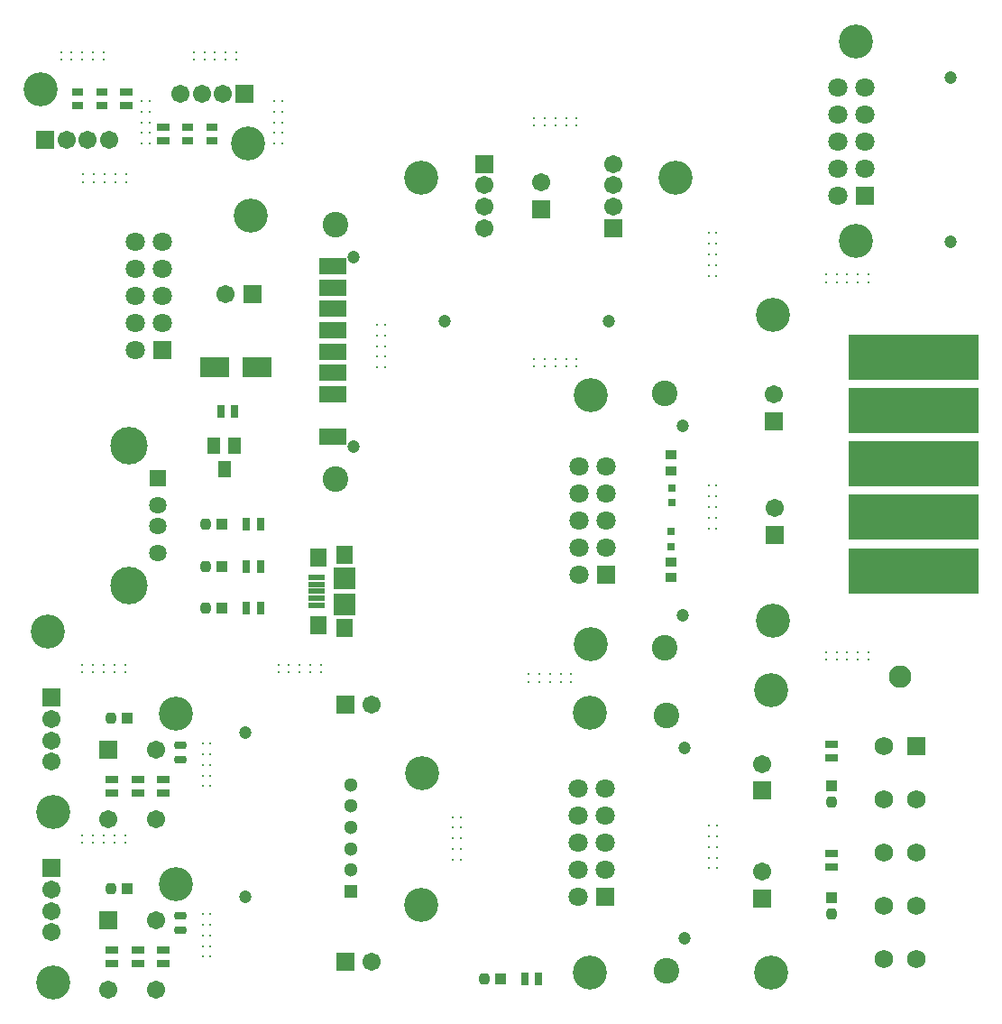
<source format=gts>
G04*
G04 #@! TF.GenerationSoftware,Altium Limited,Altium Designer,20.1.8 (145)*
G04*
G04 Layer_Color=8388736*
%FSLAX25Y25*%
%MOIN*%
G70*
G04*
G04 #@! TF.SameCoordinates,29347EB1-9AE6-4B45-909D-0775014661E7*
G04*
G04*
G04 #@! TF.FilePolarity,Negative*
G04*
G01*
G75*
%ADD40C,0.05118*%
%ADD41R,0.05118X0.05118*%
%ADD66R,0.04540X0.02769*%
%ADD67R,0.03950X0.03950*%
G04:AMPARAMS|DCode=68|XSize=39.5mil|YSize=39.5mil|CornerRadius=11.87mil|HoleSize=0mil|Usage=FLASHONLY|Rotation=90.000|XOffset=0mil|YOffset=0mil|HoleType=Round|Shape=RoundedRectangle|*
%AMROUNDEDRECTD68*
21,1,0.03950,0.01575,0,0,90.0*
21,1,0.01575,0.03950,0,0,90.0*
1,1,0.02375,0.00787,0.00787*
1,1,0.02375,0.00787,-0.00787*
1,1,0.02375,-0.00787,-0.00787*
1,1,0.02375,-0.00787,0.00787*
%
%ADD68ROUNDEDRECTD68*%
%ADD69R,0.48044X0.16548*%
%ADD70R,0.02769X0.04540*%
%ADD71R,0.03950X0.03950*%
G04:AMPARAMS|DCode=72|XSize=39.5mil|YSize=39.5mil|CornerRadius=11.87mil|HoleSize=0mil|Usage=FLASHONLY|Rotation=0.000|XOffset=0mil|YOffset=0mil|HoleType=Round|Shape=RoundedRectangle|*
%AMROUNDEDRECTD72*
21,1,0.03950,0.01575,0,0,0.0*
21,1,0.01575,0.03950,0,0,0.0*
1,1,0.02375,0.00787,-0.00787*
1,1,0.02375,-0.00787,-0.00787*
1,1,0.02375,-0.00787,0.00787*
1,1,0.02375,0.00787,0.00787*
%
%ADD72ROUNDEDRECTD72*%
%ADD73R,0.10367X0.06036*%
%ADD74R,0.10642X0.07493*%
%ADD75R,0.04737X0.06312*%
%ADD76R,0.06115X0.02375*%
%ADD77R,0.06312X0.07099*%
%ADD78R,0.05918X0.06509*%
%ADD79R,0.08280X0.08280*%
%ADD80R,0.03162X0.03162*%
%ADD81R,0.04343X0.03556*%
%ADD82R,0.04343X0.02769*%
G04:AMPARAMS|DCode=83|XSize=27.69mil|YSize=45.4mil|CornerRadius=8.92mil|HoleSize=0mil|Usage=FLASHONLY|Rotation=270.000|XOffset=0mil|YOffset=0mil|HoleType=Round|Shape=RoundedRectangle|*
%AMROUNDEDRECTD83*
21,1,0.02769,0.02756,0,0,270.0*
21,1,0.00984,0.04540,0,0,270.0*
1,1,0.01784,-0.01378,-0.00492*
1,1,0.01784,-0.01378,0.00492*
1,1,0.01784,0.01378,0.00492*
1,1,0.01784,0.01378,-0.00492*
%
%ADD83ROUNDEDRECTD83*%
%ADD84C,0.00922*%
%ADD85C,0.00800*%
%ADD86C,0.06706*%
%ADD87R,0.06706X0.06706*%
%ADD88R,0.06706X0.06706*%
%ADD89C,0.04737*%
%ADD90C,0.12611*%
%ADD91C,0.08280*%
%ADD92R,0.06824X0.06824*%
%ADD93C,0.06824*%
%ADD94C,0.03162*%
%ADD95C,0.07099*%
%ADD96R,0.07099X0.07099*%
%ADD97C,0.09461*%
%ADD98R,0.06422X0.06422*%
%ADD99C,0.06422*%
%ADD100C,0.13855*%
D40*
X123941Y81248D02*
D03*
Y73374D02*
D03*
Y65500D02*
D03*
Y57626D02*
D03*
Y49752D02*
D03*
D41*
Y41878D02*
D03*
D66*
X301772Y96260D02*
D03*
Y91142D02*
D03*
Y55905D02*
D03*
Y50787D02*
D03*
X41000Y332028D02*
D03*
Y337146D02*
D03*
X54669Y324146D02*
D03*
Y319028D02*
D03*
X54724Y78150D02*
D03*
Y83268D02*
D03*
X35827Y83161D02*
D03*
Y78043D02*
D03*
X45276Y78043D02*
D03*
Y83161D02*
D03*
X54724Y15157D02*
D03*
Y20276D02*
D03*
X35827Y20169D02*
D03*
Y15051D02*
D03*
X45276Y15051D02*
D03*
Y20169D02*
D03*
D67*
X301772Y80709D02*
D03*
Y39567D02*
D03*
D68*
Y74803D02*
D03*
Y33661D02*
D03*
D69*
X332004Y160339D02*
D03*
Y180024D02*
D03*
Y199709D02*
D03*
Y219394D02*
D03*
Y239079D02*
D03*
D70*
X193504Y9449D02*
D03*
X188386D02*
D03*
X90638Y161953D02*
D03*
X85520D02*
D03*
X90638Y146402D02*
D03*
X85520D02*
D03*
X80992Y219236D02*
D03*
X75874D02*
D03*
X85520Y177504D02*
D03*
X90638D02*
D03*
D71*
X179331Y9449D02*
D03*
X76268Y161953D02*
D03*
Y146402D02*
D03*
Y177504D02*
D03*
X41339Y105799D02*
D03*
X41339Y42807D02*
D03*
D72*
X173425Y9449D02*
D03*
X70362Y161953D02*
D03*
Y146402D02*
D03*
Y177504D02*
D03*
X35433Y105799D02*
D03*
X35433Y42807D02*
D03*
D73*
X117409Y241283D02*
D03*
Y209787D02*
D03*
Y272780D02*
D03*
Y264906D02*
D03*
Y257031D02*
D03*
Y249158D02*
D03*
Y233410D02*
D03*
Y225535D02*
D03*
D74*
X73709Y235378D02*
D03*
X89457D02*
D03*
D75*
X73512Y206638D02*
D03*
X77252Y197976D02*
D03*
X80992Y206638D02*
D03*
D76*
X111209Y147583D02*
D03*
Y150142D02*
D03*
Y152701D02*
D03*
Y155260D02*
D03*
Y157819D02*
D03*
D77*
X112094Y140102D02*
D03*
Y165299D02*
D03*
D78*
X121740Y139217D02*
D03*
Y166185D02*
D03*
D79*
Y147976D02*
D03*
Y157425D02*
D03*
D80*
X242559Y185441D02*
D03*
Y190953D02*
D03*
X242480Y174811D02*
D03*
Y169299D02*
D03*
D81*
X242520Y203112D02*
D03*
Y197206D02*
D03*
X242520Y163591D02*
D03*
Y157685D02*
D03*
D82*
X23000Y337146D02*
D03*
Y332028D02*
D03*
X32000Y337146D02*
D03*
Y332028D02*
D03*
X72669Y319028D02*
D03*
Y324146D02*
D03*
X63669Y319028D02*
D03*
Y324146D02*
D03*
D83*
X61023Y95686D02*
D03*
Y90568D02*
D03*
X61024Y32694D02*
D03*
Y27576D02*
D03*
D84*
X311417Y266929D02*
D03*
X307480D02*
D03*
X299606D02*
D03*
X303543D02*
D03*
Y269685D02*
D03*
X299606D02*
D03*
X307480D02*
D03*
X311417D02*
D03*
X98622Y322047D02*
D03*
Y318110D02*
D03*
Y325984D02*
D03*
Y329921D02*
D03*
X95866D02*
D03*
Y325984D02*
D03*
Y318110D02*
D03*
Y322047D02*
D03*
X77756Y349213D02*
D03*
X73819D02*
D03*
X69882D02*
D03*
X65945D02*
D03*
X77756Y351969D02*
D03*
X73819D02*
D03*
X69882D02*
D03*
X65945D02*
D03*
X16929D02*
D03*
X20866D02*
D03*
X24803D02*
D03*
X28740D02*
D03*
X16929Y349213D02*
D03*
X20866D02*
D03*
X24803D02*
D03*
X28740D02*
D03*
X46850Y322047D02*
D03*
Y318110D02*
D03*
Y325984D02*
D03*
Y329921D02*
D03*
X49606D02*
D03*
Y325984D02*
D03*
Y318110D02*
D03*
Y322047D02*
D03*
X195669Y324803D02*
D03*
X191732D02*
D03*
X199606D02*
D03*
X203543D02*
D03*
Y327559D02*
D03*
X199606D02*
D03*
X191732D02*
D03*
X195669D02*
D03*
X259055Y281102D02*
D03*
Y277165D02*
D03*
Y269291D02*
D03*
Y273228D02*
D03*
X256299D02*
D03*
Y269291D02*
D03*
Y277165D02*
D03*
Y281102D02*
D03*
X311417Y130315D02*
D03*
X307480D02*
D03*
X299606D02*
D03*
X303543D02*
D03*
Y127559D02*
D03*
X299606D02*
D03*
X307480D02*
D03*
X311417D02*
D03*
X195669Y235827D02*
D03*
X191732D02*
D03*
X199606D02*
D03*
X203543D02*
D03*
Y238583D02*
D03*
X199606D02*
D03*
X191732D02*
D03*
X195669D02*
D03*
X259055Y187795D02*
D03*
Y183858D02*
D03*
Y175984D02*
D03*
Y179921D02*
D03*
X256299D02*
D03*
Y175984D02*
D03*
Y183858D02*
D03*
Y187795D02*
D03*
X133858Y239370D02*
D03*
Y235433D02*
D03*
Y243307D02*
D03*
Y247244D02*
D03*
X136614D02*
D03*
Y243307D02*
D03*
Y235433D02*
D03*
Y239370D02*
D03*
X37008Y306693D02*
D03*
X33071D02*
D03*
X25197D02*
D03*
X29134D02*
D03*
Y303937D02*
D03*
X25197D02*
D03*
X33071D02*
D03*
X37008D02*
D03*
X201575Y122047D02*
D03*
X197638D02*
D03*
X189764D02*
D03*
X193701D02*
D03*
Y119291D02*
D03*
X189764D02*
D03*
X197638D02*
D03*
X201575D02*
D03*
X259252Y62205D02*
D03*
Y58268D02*
D03*
Y50394D02*
D03*
Y54331D02*
D03*
X256496D02*
D03*
Y50394D02*
D03*
Y58268D02*
D03*
Y62205D02*
D03*
X161811Y65354D02*
D03*
Y61417D02*
D03*
Y53543D02*
D03*
Y57480D02*
D03*
X164567D02*
D03*
Y53543D02*
D03*
Y61417D02*
D03*
Y65354D02*
D03*
X109055Y122835D02*
D03*
X105118D02*
D03*
X97244D02*
D03*
X101181D02*
D03*
Y125591D02*
D03*
X97244D02*
D03*
X105118D02*
D03*
X109055D02*
D03*
X36614Y122835D02*
D03*
X32677D02*
D03*
X24803D02*
D03*
X28740D02*
D03*
Y125591D02*
D03*
X24803D02*
D03*
X32677D02*
D03*
X36614D02*
D03*
X69291Y92520D02*
D03*
Y88583D02*
D03*
Y80709D02*
D03*
Y84646D02*
D03*
X72047D02*
D03*
Y80709D02*
D03*
Y88583D02*
D03*
Y92520D02*
D03*
X72047Y29528D02*
D03*
Y25591D02*
D03*
Y17717D02*
D03*
Y21654D02*
D03*
X69291D02*
D03*
Y17717D02*
D03*
Y25591D02*
D03*
Y29528D02*
D03*
X36614Y62598D02*
D03*
X32677D02*
D03*
X24803D02*
D03*
X28740D02*
D03*
Y59842D02*
D03*
X24803D02*
D03*
X32677D02*
D03*
X36614D02*
D03*
D85*
X315354Y266929D02*
D03*
Y269685D02*
D03*
X98622Y333858D02*
D03*
X95866D02*
D03*
X81693Y349213D02*
D03*
Y351969D02*
D03*
X32677D02*
D03*
Y349213D02*
D03*
X46850Y333858D02*
D03*
X49606D02*
D03*
X207480Y324803D02*
D03*
Y327559D02*
D03*
X259055Y285039D02*
D03*
X256299D02*
D03*
X315354Y130315D02*
D03*
Y127559D02*
D03*
X207480Y235827D02*
D03*
Y238583D02*
D03*
X259055Y191732D02*
D03*
X256299D02*
D03*
X133858Y251181D02*
D03*
X136614D02*
D03*
X40945Y306693D02*
D03*
Y303937D02*
D03*
X205512Y122047D02*
D03*
Y119291D02*
D03*
X259252Y66142D02*
D03*
X256496D02*
D03*
X161811Y69291D02*
D03*
X164567D02*
D03*
X112992Y122835D02*
D03*
Y125591D02*
D03*
X40551Y122835D02*
D03*
Y125591D02*
D03*
X69291Y96457D02*
D03*
X72047D02*
D03*
X72047Y33465D02*
D03*
X69291D02*
D03*
X40551Y62598D02*
D03*
Y59842D02*
D03*
D86*
X194488Y303740D02*
D03*
X221063Y302756D02*
D03*
Y294882D02*
D03*
Y310630D02*
D03*
X173228Y287008D02*
D03*
Y302756D02*
D03*
Y294882D02*
D03*
X131783Y16000D02*
D03*
X131783Y111000D02*
D03*
X276181Y88976D02*
D03*
Y49016D02*
D03*
X280315Y225394D02*
D03*
X280709Y183465D02*
D03*
X77842Y262543D02*
D03*
X34622Y319587D02*
D03*
X18874D02*
D03*
X26748D02*
D03*
X61047Y336587D02*
D03*
X76795D02*
D03*
X68921D02*
D03*
X13386Y89764D02*
D03*
Y105512D02*
D03*
Y97638D02*
D03*
X34449Y68594D02*
D03*
X52165D02*
D03*
Y94185D02*
D03*
X13386Y26772D02*
D03*
Y42520D02*
D03*
Y34646D02*
D03*
X34449Y5602D02*
D03*
X52165D02*
D03*
Y31193D02*
D03*
D87*
X194488Y293898D02*
D03*
X276181Y79134D02*
D03*
Y39173D02*
D03*
X280315Y215551D02*
D03*
X280709Y173622D02*
D03*
X11000Y319587D02*
D03*
X84669Y336587D02*
D03*
D88*
X221063Y287008D02*
D03*
X173228Y310630D02*
D03*
X121941Y16000D02*
D03*
Y111000D02*
D03*
X87685Y262543D02*
D03*
X13386Y113386D02*
D03*
X34449Y94185D02*
D03*
X13386Y50394D02*
D03*
X34449Y31193D02*
D03*
D89*
X219293Y252362D02*
D03*
X158663D02*
D03*
X84980Y40002D02*
D03*
Y100632D02*
D03*
X345669Y342522D02*
D03*
Y281892D02*
D03*
X247488Y94691D02*
D03*
Y24612D02*
D03*
X125134Y276120D02*
D03*
Y206041D02*
D03*
X246701Y213990D02*
D03*
Y143911D02*
D03*
D90*
X150000Y305512D02*
D03*
X244094D02*
D03*
X149941Y37000D02*
D03*
X150441Y85500D02*
D03*
X279331Y116142D02*
D03*
Y11811D02*
D03*
X279921Y141732D02*
D03*
Y254724D02*
D03*
X310630Y282283D02*
D03*
Y355906D02*
D03*
X212205Y107874D02*
D03*
Y11811D02*
D03*
X11898Y137740D02*
D03*
X87094Y291677D02*
D03*
X212598Y133079D02*
D03*
Y225205D02*
D03*
X9500Y338087D02*
D03*
X86169Y318087D02*
D03*
X59449Y107374D02*
D03*
X14173Y71153D02*
D03*
X59449Y44382D02*
D03*
X14173Y8161D02*
D03*
D91*
X326969Y121260D02*
D03*
D92*
X332874Y95669D02*
D03*
D93*
X321063D02*
D03*
X332874Y75984D02*
D03*
X321063D02*
D03*
X332874Y56299D02*
D03*
X321063D02*
D03*
X332874Y36614D02*
D03*
X321063D02*
D03*
X332874Y16929D02*
D03*
X321063D02*
D03*
D94*
X332004Y160339D02*
D03*
Y180024D02*
D03*
Y199709D02*
D03*
Y219394D02*
D03*
Y239079D02*
D03*
D95*
X313937Y338740D02*
D03*
Y328740D02*
D03*
X303937Y338740D02*
D03*
Y328740D02*
D03*
X313937Y318740D02*
D03*
X303937D02*
D03*
Y308740D02*
D03*
X313937D02*
D03*
X303937Y298740D02*
D03*
X218130Y79843D02*
D03*
Y69842D02*
D03*
X208130Y79843D02*
D03*
Y69842D02*
D03*
X218130Y59842D02*
D03*
X208130D02*
D03*
Y49843D02*
D03*
X218130D02*
D03*
X208130Y39843D02*
D03*
X44437Y241756D02*
D03*
X54437Y251756D02*
D03*
X44437D02*
D03*
Y261756D02*
D03*
X54437D02*
D03*
X44437Y271756D02*
D03*
Y281756D02*
D03*
X54437Y271756D02*
D03*
Y281756D02*
D03*
X208524Y158748D02*
D03*
X218524Y168748D02*
D03*
X208524D02*
D03*
Y178748D02*
D03*
X218524D02*
D03*
X208524Y188748D02*
D03*
Y198748D02*
D03*
X218524Y188748D02*
D03*
Y198748D02*
D03*
D96*
X313937Y298740D02*
D03*
X218130Y39843D02*
D03*
X54437Y241756D02*
D03*
X218524Y158748D02*
D03*
D97*
X240795Y12604D02*
D03*
Y106699D02*
D03*
X118441Y194034D02*
D03*
Y288128D02*
D03*
X240008Y131904D02*
D03*
Y225998D02*
D03*
D98*
X52842Y194433D02*
D03*
D99*
Y184591D02*
D03*
Y176717D02*
D03*
Y166874D02*
D03*
D100*
X42173Y206520D02*
D03*
Y154787D02*
D03*
M02*

</source>
